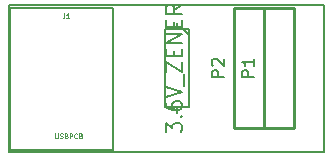
<source format=gto>
G04 (created by PCBNEW-RS274X (2012-apr-16-27)-stable) date Wed 04 Sep 2013 12:16:17 PM IST*
G01*
G70*
G90*
%MOIN*%
G04 Gerber Fmt 3.4, Leading zero omitted, Abs format*
%FSLAX34Y34*%
G04 APERTURE LIST*
%ADD10C,0.006000*%
%ADD11C,0.007100*%
%ADD12C,0.007200*%
%ADD13C,0.005000*%
%ADD14C,0.010000*%
%ADD15C,0.008000*%
%ADD16C,0.003500*%
G04 APERTURE END LIST*
G54D10*
G54D11*
X34000Y-43200D02*
X34000Y-38300D01*
G54D12*
X44500Y-43200D02*
X34000Y-43200D01*
X44500Y-38300D02*
X44500Y-43200D01*
X34000Y-38300D02*
X44500Y-38300D01*
G54D13*
X34032Y-38388D02*
X37456Y-38388D01*
X37456Y-38388D02*
X37456Y-43112D01*
X37456Y-43112D02*
X34032Y-43112D01*
X34032Y-43112D02*
X34032Y-38388D01*
G54D14*
X43500Y-38400D02*
X43500Y-42400D01*
X42500Y-38400D02*
X42500Y-42400D01*
X42500Y-42400D02*
X43500Y-42400D01*
X43500Y-38400D02*
X42500Y-38400D01*
X42500Y-38400D02*
X42500Y-42400D01*
X41500Y-38400D02*
X41500Y-42400D01*
X41500Y-42400D02*
X42500Y-42400D01*
X42500Y-38400D02*
X41500Y-38400D01*
G54D15*
X39600Y-38900D02*
X39600Y-39100D01*
X39600Y-41900D02*
X39600Y-41700D01*
X39600Y-41700D02*
X40000Y-41700D01*
X40000Y-41700D02*
X40000Y-39100D01*
X40000Y-39100D02*
X39200Y-39100D01*
X39200Y-39100D02*
X39200Y-41700D01*
X39200Y-41700D02*
X39600Y-41700D01*
X39800Y-39100D02*
X40000Y-39300D01*
G54D16*
X35847Y-38575D02*
X35847Y-38689D01*
X35839Y-38712D01*
X35824Y-38727D01*
X35801Y-38735D01*
X35786Y-38735D01*
X36007Y-38735D02*
X35915Y-38735D01*
X35961Y-38735D02*
X35961Y-38575D01*
X35946Y-38598D01*
X35931Y-38613D01*
X35915Y-38620D01*
X35538Y-42575D02*
X35538Y-42704D01*
X35546Y-42720D01*
X35553Y-42727D01*
X35569Y-42735D01*
X35599Y-42735D01*
X35614Y-42727D01*
X35622Y-42720D01*
X35630Y-42704D01*
X35630Y-42575D01*
X35698Y-42727D02*
X35721Y-42735D01*
X35759Y-42735D01*
X35775Y-42727D01*
X35782Y-42720D01*
X35790Y-42704D01*
X35790Y-42689D01*
X35782Y-42674D01*
X35775Y-42666D01*
X35759Y-42659D01*
X35729Y-42651D01*
X35714Y-42643D01*
X35706Y-42636D01*
X35698Y-42620D01*
X35698Y-42605D01*
X35706Y-42590D01*
X35714Y-42582D01*
X35729Y-42575D01*
X35767Y-42575D01*
X35790Y-42582D01*
X35911Y-42651D02*
X35934Y-42659D01*
X35942Y-42666D01*
X35950Y-42681D01*
X35950Y-42704D01*
X35942Y-42720D01*
X35934Y-42727D01*
X35919Y-42735D01*
X35858Y-42735D01*
X35858Y-42575D01*
X35911Y-42575D01*
X35927Y-42582D01*
X35934Y-42590D01*
X35942Y-42605D01*
X35942Y-42620D01*
X35934Y-42636D01*
X35927Y-42643D01*
X35911Y-42651D01*
X35858Y-42651D01*
X36018Y-42735D02*
X36018Y-42575D01*
X36079Y-42575D01*
X36094Y-42582D01*
X36102Y-42590D01*
X36110Y-42605D01*
X36110Y-42628D01*
X36102Y-42643D01*
X36094Y-42651D01*
X36079Y-42659D01*
X36018Y-42659D01*
X36270Y-42720D02*
X36262Y-42727D01*
X36239Y-42735D01*
X36224Y-42735D01*
X36201Y-42727D01*
X36186Y-42712D01*
X36178Y-42697D01*
X36170Y-42666D01*
X36170Y-42643D01*
X36178Y-42613D01*
X36186Y-42598D01*
X36201Y-42582D01*
X36224Y-42575D01*
X36239Y-42575D01*
X36262Y-42582D01*
X36270Y-42590D01*
X36391Y-42651D02*
X36414Y-42659D01*
X36422Y-42666D01*
X36430Y-42681D01*
X36430Y-42704D01*
X36422Y-42720D01*
X36414Y-42727D01*
X36399Y-42735D01*
X36338Y-42735D01*
X36338Y-42575D01*
X36391Y-42575D01*
X36407Y-42582D01*
X36414Y-42590D01*
X36422Y-42605D01*
X36422Y-42620D01*
X36414Y-42636D01*
X36407Y-42643D01*
X36391Y-42651D01*
X36338Y-42651D01*
G54D15*
X42162Y-40695D02*
X41762Y-40695D01*
X41762Y-40542D01*
X41781Y-40504D01*
X41800Y-40485D01*
X41838Y-40466D01*
X41895Y-40466D01*
X41933Y-40485D01*
X41952Y-40504D01*
X41971Y-40542D01*
X41971Y-40695D01*
X42162Y-40085D02*
X42162Y-40314D01*
X42162Y-40200D02*
X41762Y-40200D01*
X41819Y-40238D01*
X41857Y-40276D01*
X41876Y-40314D01*
X41162Y-40695D02*
X40762Y-40695D01*
X40762Y-40542D01*
X40781Y-40504D01*
X40800Y-40485D01*
X40838Y-40466D01*
X40895Y-40466D01*
X40933Y-40485D01*
X40952Y-40504D01*
X40971Y-40542D01*
X40971Y-40695D01*
X40800Y-40314D02*
X40781Y-40295D01*
X40762Y-40257D01*
X40762Y-40161D01*
X40781Y-40123D01*
X40800Y-40104D01*
X40838Y-40085D01*
X40876Y-40085D01*
X40933Y-40104D01*
X41162Y-40333D01*
X41162Y-40085D01*
X39223Y-42531D02*
X39223Y-42221D01*
X39432Y-42388D01*
X39432Y-42316D01*
X39458Y-42269D01*
X39485Y-42245D01*
X39537Y-42221D01*
X39668Y-42221D01*
X39720Y-42245D01*
X39746Y-42269D01*
X39773Y-42316D01*
X39773Y-42459D01*
X39746Y-42507D01*
X39720Y-42531D01*
X39720Y-42007D02*
X39746Y-41983D01*
X39773Y-42007D01*
X39746Y-42031D01*
X39720Y-42007D01*
X39773Y-42007D01*
X39223Y-41555D02*
X39223Y-41650D01*
X39249Y-41698D01*
X39275Y-41721D01*
X39354Y-41769D01*
X39458Y-41793D01*
X39668Y-41793D01*
X39720Y-41769D01*
X39746Y-41745D01*
X39773Y-41698D01*
X39773Y-41602D01*
X39746Y-41555D01*
X39720Y-41531D01*
X39668Y-41507D01*
X39537Y-41507D01*
X39485Y-41531D01*
X39458Y-41555D01*
X39432Y-41602D01*
X39432Y-41698D01*
X39458Y-41745D01*
X39485Y-41769D01*
X39537Y-41793D01*
X39223Y-41364D02*
X39773Y-41198D01*
X39223Y-41031D01*
X39825Y-40983D02*
X39825Y-40602D01*
X39223Y-40531D02*
X39223Y-40197D01*
X39773Y-40531D01*
X39773Y-40197D01*
X39485Y-40007D02*
X39485Y-39840D01*
X39773Y-39769D02*
X39773Y-40007D01*
X39223Y-40007D01*
X39223Y-39769D01*
X39773Y-39555D02*
X39223Y-39555D01*
X39773Y-39269D01*
X39223Y-39269D01*
X39485Y-39031D02*
X39485Y-38864D01*
X39773Y-38793D02*
X39773Y-39031D01*
X39223Y-39031D01*
X39223Y-38793D01*
X39773Y-38293D02*
X39511Y-38460D01*
X39773Y-38579D02*
X39223Y-38579D01*
X39223Y-38388D01*
X39249Y-38341D01*
X39275Y-38317D01*
X39327Y-38293D01*
X39406Y-38293D01*
X39458Y-38317D01*
X39485Y-38341D01*
X39511Y-38388D01*
X39511Y-38579D01*
M02*

</source>
